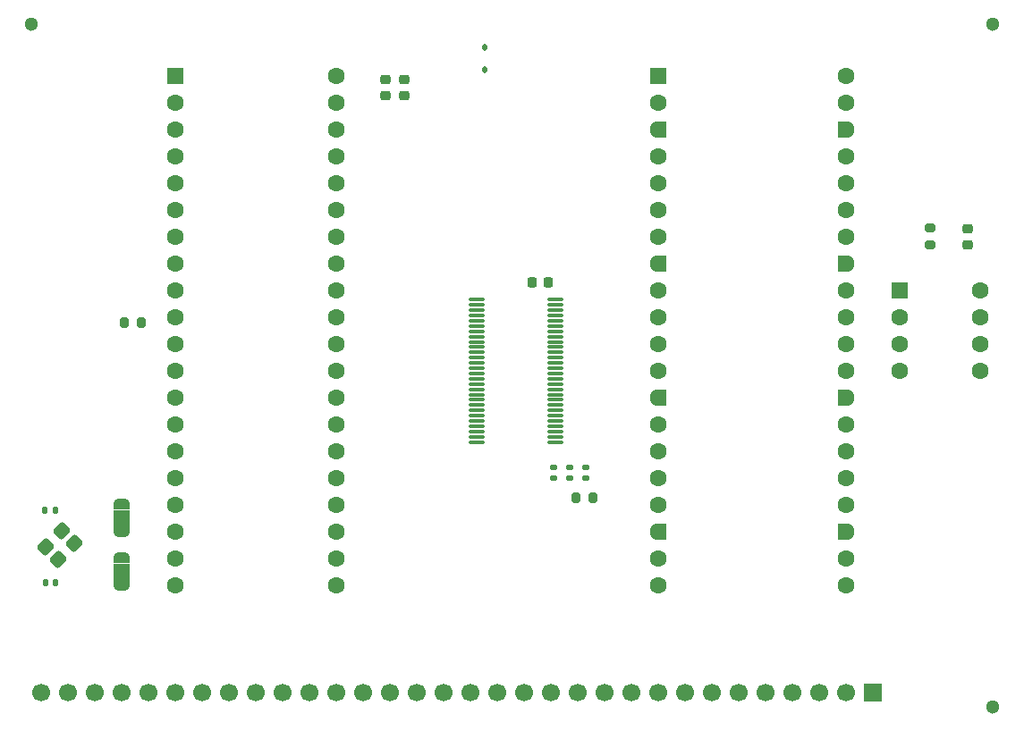
<source format=gbr>
%TF.GenerationSoftware,KiCad,Pcbnew,9.0.6-9.0.6~ubuntu24.04.1*%
%TF.CreationDate,2025-12-07T17:22:10+00:00*%
%TF.ProjectId,board_722039m,626f6172-645f-4373-9232-3033396d2e6b,rev?*%
%TF.SameCoordinates,Original*%
%TF.FileFunction,Soldermask,Top*%
%TF.FilePolarity,Negative*%
%FSLAX46Y46*%
G04 Gerber Fmt 4.6, Leading zero omitted, Abs format (unit mm)*
G04 Created by KiCad (PCBNEW 9.0.6-9.0.6~ubuntu24.04.1) date 2025-12-07 17:22:10*
%MOMM*%
%LPD*%
G01*
G04 APERTURE LIST*
G04 Aperture macros list*
%AMRoundRect*
0 Rectangle with rounded corners*
0 $1 Rounding radius*
0 $2 $3 $4 $5 $6 $7 $8 $9 X,Y pos of 4 corners*
0 Add a 4 corners polygon primitive as box body*
4,1,4,$2,$3,$4,$5,$6,$7,$8,$9,$2,$3,0*
0 Add four circle primitives for the rounded corners*
1,1,$1+$1,$2,$3*
1,1,$1+$1,$4,$5*
1,1,$1+$1,$6,$7*
1,1,$1+$1,$8,$9*
0 Add four rect primitives between the rounded corners*
20,1,$1+$1,$2,$3,$4,$5,0*
20,1,$1+$1,$4,$5,$6,$7,0*
20,1,$1+$1,$6,$7,$8,$9,0*
20,1,$1+$1,$8,$9,$2,$3,0*%
%AMFreePoly0*
4,1,23,0.550000,-0.750000,0.000000,-0.750000,0.000000,-0.745722,-0.065263,-0.745722,-0.191342,-0.711940,-0.304381,-0.646677,-0.396677,-0.554381,-0.461940,-0.441342,-0.495722,-0.315263,-0.495722,-0.250000,-0.500000,-0.250000,-0.500000,0.250000,-0.495722,0.250000,-0.495722,0.315263,-0.461940,0.441342,-0.396677,0.554381,-0.304381,0.646677,-0.191342,0.711940,-0.065263,0.745722,0.000000,0.745722,
0.000000,0.750000,0.550000,0.750000,0.550000,-0.750000,0.550000,-0.750000,$1*%
%AMFreePoly1*
4,1,23,0.000000,0.745722,0.065263,0.745722,0.191342,0.711940,0.304381,0.646677,0.396677,0.554381,0.461940,0.441342,0.495722,0.315263,0.495722,0.250000,0.500000,0.250000,0.500000,-0.250000,0.495722,-0.250000,0.495722,-0.315263,0.461940,-0.441342,0.396677,-0.554381,0.304381,-0.646677,0.191342,-0.711940,0.065263,-0.745722,0.000000,-0.745722,0.000000,-0.750000,-0.550000,-0.750000,
-0.550000,0.750000,0.000000,0.750000,0.000000,0.745722,0.000000,0.745722,$1*%
%AMFreePoly2*
4,1,37,0.603843,0.796157,0.639018,0.796157,0.711114,0.766294,0.766294,0.711114,0.796157,0.639018,0.796157,0.603843,0.800000,0.600000,0.800000,-0.600000,0.796157,-0.603843,0.796157,-0.639018,0.766294,-0.711114,0.711114,-0.766294,0.639018,-0.796157,0.603843,-0.796157,0.600000,-0.800000,0.000000,-0.800000,0.000000,-0.796148,-0.078414,-0.796148,-0.232228,-0.765552,-0.377117,-0.705537,
-0.507515,-0.618408,-0.618408,-0.507515,-0.705537,-0.377117,-0.765552,-0.232228,-0.796148,-0.078414,-0.796148,0.078414,-0.765552,0.232228,-0.705537,0.377117,-0.618408,0.507515,-0.507515,0.618408,-0.377117,0.705537,-0.232228,0.765552,-0.078414,0.796148,0.000000,0.796148,0.000000,0.800000,0.600000,0.800000,0.603843,0.796157,0.603843,0.796157,$1*%
%AMFreePoly3*
4,1,37,0.000000,0.796148,0.078414,0.796148,0.232228,0.765552,0.377117,0.705537,0.507515,0.618408,0.618408,0.507515,0.705537,0.377117,0.765552,0.232228,0.796148,0.078414,0.796148,-0.078414,0.765552,-0.232228,0.705537,-0.377117,0.618408,-0.507515,0.507515,-0.618408,0.377117,-0.705537,0.232228,-0.765552,0.078414,-0.796148,0.000000,-0.796148,0.000000,-0.800000,-0.600000,-0.800000,
-0.603843,-0.796157,-0.639018,-0.796157,-0.711114,-0.766294,-0.766294,-0.711114,-0.796157,-0.639018,-0.796157,-0.603843,-0.800000,-0.600000,-0.800000,0.600000,-0.796157,0.603843,-0.796157,0.639018,-0.766294,0.711114,-0.711114,0.766294,-0.639018,0.796157,-0.603843,0.796157,-0.600000,0.800000,0.000000,0.800000,0.000000,0.796148,0.000000,0.796148,$1*%
G04 Aperture macros list end*
%ADD10RoundRect,0.250000X-0.550000X-0.550000X0.550000X-0.550000X0.550000X0.550000X-0.550000X0.550000X0*%
%ADD11C,1.600000*%
%ADD12RoundRect,0.140000X-0.140000X-0.170000X0.140000X-0.170000X0.140000X0.170000X-0.140000X0.170000X0*%
%ADD13C,1.300000*%
%ADD14RoundRect,0.135000X0.185000X-0.135000X0.185000X0.135000X-0.185000X0.135000X-0.185000X-0.135000X0*%
%ADD15RoundRect,0.075000X0.662500X0.075000X-0.662500X0.075000X-0.662500X-0.075000X0.662500X-0.075000X0*%
%ADD16FreePoly0,270.000000*%
%ADD17R,1.500000X1.000000*%
%ADD18FreePoly1,270.000000*%
%ADD19RoundRect,0.225000X-0.250000X0.225000X-0.250000X-0.225000X0.250000X-0.225000X0.250000X0.225000X0*%
%ADD20RoundRect,0.250000X-0.070711X-0.565685X0.565685X0.070711X0.070711X0.565685X-0.565685X-0.070711X0*%
%ADD21RoundRect,0.225000X-0.225000X-0.250000X0.225000X-0.250000X0.225000X0.250000X-0.225000X0.250000X0*%
%ADD22RoundRect,0.112500X-0.112500X0.187500X-0.112500X-0.187500X0.112500X-0.187500X0.112500X0.187500X0*%
%ADD23RoundRect,0.200000X-0.600000X-0.600000X0.600000X-0.600000X0.600000X0.600000X-0.600000X0.600000X0*%
%ADD24FreePoly2,0.000000*%
%ADD25FreePoly3,0.000000*%
%ADD26RoundRect,0.200000X0.200000X0.275000X-0.200000X0.275000X-0.200000X-0.275000X0.200000X-0.275000X0*%
%ADD27RoundRect,0.200000X-0.200000X-0.275000X0.200000X-0.275000X0.200000X0.275000X-0.200000X0.275000X0*%
%ADD28FreePoly0,90.000000*%
%ADD29FreePoly1,90.000000*%
%ADD30RoundRect,0.200000X-0.275000X0.200000X-0.275000X-0.200000X0.275000X-0.200000X0.275000X0.200000X0*%
%ADD31R,1.700000X1.700000*%
%ADD32C,1.700000*%
G04 APERTURE END LIST*
%TO.C,JP2*%
G36*
X57790000Y-79010000D02*
G01*
X56290000Y-79010000D01*
X56290000Y-80510000D01*
X57790000Y-80510000D01*
X57790000Y-79010000D01*
G37*
%TO.C,JP1*%
G36*
X56290000Y-85590000D02*
G01*
X57790000Y-85590000D01*
X57790000Y-84090000D01*
X56290000Y-84090000D01*
X56290000Y-85590000D01*
G37*
%TD*%
D10*
%TO.C,U1*%
X62120000Y-37880000D03*
D11*
X62120000Y-40420000D03*
X62120000Y-42960000D03*
X62120000Y-45500000D03*
X62120000Y-48040000D03*
X62120000Y-50580000D03*
X62120000Y-53120000D03*
X62120000Y-55660000D03*
X62120000Y-58200000D03*
X62120000Y-60740000D03*
X62120000Y-63280000D03*
X62120000Y-65820000D03*
X62120000Y-68360000D03*
X62120000Y-70900000D03*
X62120000Y-73440000D03*
X62120000Y-75980000D03*
X62120000Y-78520000D03*
X62120000Y-81060000D03*
X62120000Y-83600000D03*
X62120000Y-86140000D03*
X77360000Y-86140000D03*
X77360000Y-83600000D03*
X77360000Y-81060000D03*
X77360000Y-78520000D03*
X77360000Y-75980000D03*
X77360000Y-73440000D03*
X77360000Y-70900000D03*
X77360000Y-68360000D03*
X77360000Y-65820000D03*
X77360000Y-63280000D03*
X77360000Y-60740000D03*
X77360000Y-58200000D03*
X77360000Y-55660000D03*
X77360000Y-53120000D03*
X77360000Y-50580000D03*
X77360000Y-48040000D03*
X77360000Y-45500000D03*
X77360000Y-42960000D03*
X77360000Y-40420000D03*
X77360000Y-37880000D03*
%TD*%
D12*
%TO.C,C5*%
X49784000Y-78994000D03*
X50744000Y-78994000D03*
%TD*%
D13*
%TO.C,H2*%
X139510000Y-32940000D03*
%TD*%
%TO.C,H1*%
X48480000Y-32940000D03*
%TD*%
D14*
%TO.C,R5*%
X100982000Y-75948000D03*
X100982000Y-74928000D03*
%TD*%
D15*
%TO.C,U3*%
X98090500Y-72570000D03*
X98090500Y-72070000D03*
X98090500Y-71570000D03*
X98090500Y-71070000D03*
X98090500Y-70570000D03*
X98090500Y-70070000D03*
X98090500Y-69570000D03*
X98090500Y-69070000D03*
X98090500Y-68570000D03*
X98090500Y-68070000D03*
X98090500Y-67570000D03*
X98090500Y-67070000D03*
X98090500Y-66570000D03*
X98090500Y-66070000D03*
X98090500Y-65570000D03*
X98090500Y-65070000D03*
X98090500Y-64570000D03*
X98090500Y-64070000D03*
X98090500Y-63570000D03*
X98090500Y-63070000D03*
X98090500Y-62570000D03*
X98090500Y-62070000D03*
X98090500Y-61570000D03*
X98090500Y-61070000D03*
X98090500Y-60570000D03*
X98090500Y-60070000D03*
X98090500Y-59570000D03*
X98090500Y-59070000D03*
X90665500Y-59070000D03*
X90665500Y-59570000D03*
X90665500Y-60070000D03*
X90665500Y-60570000D03*
X90665500Y-61070000D03*
X90665500Y-61570000D03*
X90665500Y-62070000D03*
X90665500Y-62570000D03*
X90665500Y-63070000D03*
X90665500Y-63570000D03*
X90665500Y-64070000D03*
X90665500Y-64570000D03*
X90665500Y-65070000D03*
X90665500Y-65570000D03*
X90665500Y-66070000D03*
X90665500Y-66570000D03*
X90665500Y-67070000D03*
X90665500Y-67570000D03*
X90665500Y-68070000D03*
X90665500Y-68570000D03*
X90665500Y-69070000D03*
X90665500Y-69570000D03*
X90665500Y-70070000D03*
X90665500Y-70570000D03*
X90665500Y-71070000D03*
X90665500Y-71570000D03*
X90665500Y-72070000D03*
X90665500Y-72570000D03*
%TD*%
D14*
%TO.C,R4*%
X99458000Y-75950000D03*
X99458000Y-74930000D03*
%TD*%
D16*
%TO.C,JP2*%
X57040000Y-78460000D03*
D17*
X57040000Y-79760000D03*
D18*
X57040000Y-81060000D03*
%TD*%
D19*
%TO.C,C2*%
X83820000Y-38227000D03*
X83820000Y-39777000D03*
%TD*%
D20*
%TO.C,Y1*%
X51021223Y-83708858D03*
X52576858Y-82153223D03*
X51374777Y-80951142D03*
X49819142Y-82506777D03*
%TD*%
D21*
%TO.C,C3*%
X95876000Y-57438000D03*
X97426000Y-57438000D03*
%TD*%
D22*
%TO.C,D1*%
X91440000Y-35145000D03*
X91440000Y-37245000D03*
%TD*%
D23*
%TO.C,J2*%
X107840000Y-37880000D03*
D11*
X107840000Y-40420000D03*
D24*
X107840000Y-42960000D03*
D11*
X107840000Y-45500000D03*
X107840000Y-48040000D03*
X107840000Y-50580000D03*
X107840000Y-53120000D03*
D24*
X107840000Y-55660000D03*
D11*
X107840000Y-58200000D03*
X107840000Y-60740000D03*
X107840000Y-63280000D03*
X107840000Y-65820000D03*
D24*
X107840000Y-68360000D03*
D11*
X107840000Y-70900000D03*
X107840000Y-73440000D03*
X107840000Y-75980000D03*
X107840000Y-78520000D03*
D24*
X107840000Y-81060000D03*
D11*
X107840000Y-83600000D03*
X107840000Y-86140000D03*
X125620000Y-86140000D03*
X125620000Y-83600000D03*
D25*
X125620000Y-81060000D03*
D11*
X125620000Y-78520000D03*
X125620000Y-75980000D03*
X125620000Y-73440000D03*
X125620000Y-70900000D03*
D25*
X125620000Y-68360000D03*
D11*
X125620000Y-65820000D03*
X125620000Y-63280000D03*
X125620000Y-60740000D03*
X125620000Y-58200000D03*
D25*
X125620000Y-55660000D03*
D11*
X125620000Y-53120000D03*
X125620000Y-50580000D03*
X125620000Y-48040000D03*
X125620000Y-45500000D03*
D25*
X125620000Y-42960000D03*
D11*
X125620000Y-40420000D03*
X125620000Y-37880000D03*
%TD*%
D26*
%TO.C,R1*%
X101663000Y-77851000D03*
X100013000Y-77851000D03*
%TD*%
D27*
%TO.C,R2*%
X57278000Y-61214000D03*
X58928000Y-61214000D03*
%TD*%
D12*
%TO.C,C4*%
X49812000Y-85852000D03*
X50772000Y-85852000D03*
%TD*%
D28*
%TO.C,JP1*%
X57040000Y-86140000D03*
D17*
X57040000Y-84840000D03*
D29*
X57040000Y-83540000D03*
%TD*%
D14*
%TO.C,R3*%
X97934000Y-75950000D03*
X97934000Y-74930000D03*
%TD*%
D30*
%TO.C,R6*%
X133604000Y-52274000D03*
X133604000Y-53924000D03*
%TD*%
D19*
%TO.C,C1*%
X82042000Y-38227000D03*
X82042000Y-39777000D03*
%TD*%
%TO.C,C6*%
X137160000Y-52324000D03*
X137160000Y-53874000D03*
%TD*%
D31*
%TO.C,J1*%
X128160000Y-96300000D03*
D32*
X125620000Y-96300000D03*
X123080000Y-96300000D03*
X120540000Y-96300000D03*
X118000000Y-96300000D03*
X115460000Y-96300000D03*
X112920000Y-96300000D03*
X110380000Y-96300000D03*
X107840000Y-96300000D03*
X105300000Y-96300000D03*
X102760000Y-96300000D03*
X100220000Y-96300000D03*
X97680000Y-96300000D03*
X95140000Y-96300000D03*
X92600000Y-96300000D03*
X90060000Y-96300000D03*
X87520000Y-96300000D03*
X84980000Y-96300000D03*
X82440000Y-96300000D03*
X79900000Y-96300000D03*
X77360000Y-96300000D03*
X74820000Y-96300000D03*
X72280000Y-96300000D03*
X69740000Y-96300000D03*
X67200000Y-96300000D03*
X64660000Y-96300000D03*
X62120000Y-96300000D03*
X59580000Y-96300000D03*
X57040000Y-96300000D03*
X54500000Y-96300000D03*
X51960000Y-96300000D03*
X49420000Y-96300000D03*
%TD*%
D13*
%TO.C,H3*%
X139510000Y-97640000D03*
%TD*%
D10*
%TO.C,U2*%
X130700000Y-58200000D03*
D11*
X130700000Y-60740000D03*
X130700000Y-63280000D03*
X130700000Y-65820000D03*
X138320000Y-65820000D03*
X138320000Y-63280000D03*
X138320000Y-60740000D03*
X138320000Y-58200000D03*
%TD*%
M02*

</source>
